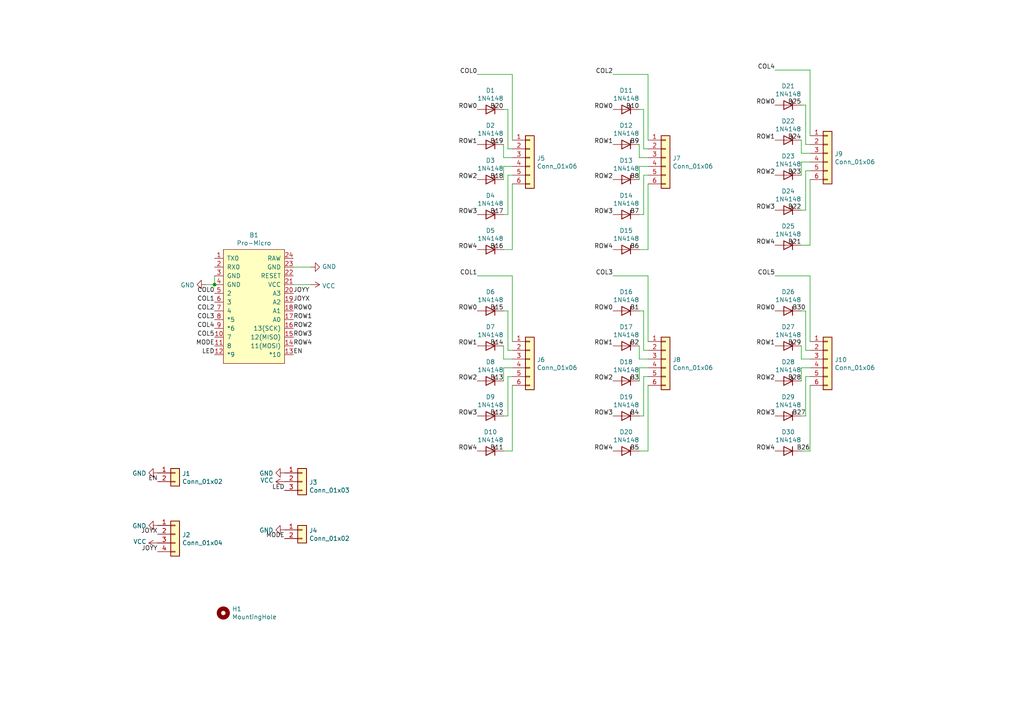
<source format=kicad_sch>
(kicad_sch (version 20211123) (generator eeschema)
  (paper "A4")
  (lib_symbols
    (symbol "AndrewLib-Modules:Pro-Micro" (pin_names (offset 1.016))
      (property "Reference" "B" (at 0 10.16 0))
      (property "Value" "Pro-Micro" (at 0 -25.4 0))
      (symbol "Pro-Micro_0_1"
        (rectangle (start -8.89 8.89) (end 8.89 -24.13) (fill (type background)))
      )
      (symbol "Pro-Micro_1_1"
        (pin bidirectional line (at -11.43 6.35 0) (length 2.54) (name "TX0") (number "1"))
        (pin bidirectional line (at -11.43 -16.51 0) (length 2.54) (name "7") (number "10"))
        (pin bidirectional line (at -11.43 -19.05 0) (length 2.54) (name "8") (number "11"))
        (pin bidirectional line (at -11.43 -21.59 0) (length 2.54) (name "*9") (number "12"))
        (pin bidirectional line (at 11.43 -21.59 180) (length 2.54) (name "*10") (number "13"))
        (pin bidirectional line (at 11.43 -19.05 180) (length 2.54) (name "11(MOSI)") (number "14"))
        (pin bidirectional line (at 11.43 -16.51 180) (length 2.54) (name "12(MISO)") (number "15"))
        (pin bidirectional line (at 11.43 -13.97 180) (length 2.54) (name "13(SCK)") (number "16"))
        (pin bidirectional line (at 11.43 -11.43 180) (length 2.54) (name "A0") (number "17"))
        (pin bidirectional line (at 11.43 -8.89 180) (length 2.54) (name "A1") (number "18"))
        (pin bidirectional line (at 11.43 -6.35 180) (length 2.54) (name "A2") (number "19"))
        (pin bidirectional line (at -11.43 3.81 0) (length 2.54) (name "RX0") (number "2"))
        (pin bidirectional line (at 11.43 -3.81 180) (length 2.54) (name "A3") (number "20"))
        (pin power_in line (at 11.43 -1.27 180) (length 2.54) (name "VCC") (number "21"))
        (pin bidirectional line (at 11.43 1.27 180) (length 2.54) (name "RESET") (number "22"))
        (pin power_in line (at 11.43 3.81 180) (length 2.54) (name "GND") (number "23"))
        (pin power_in line (at 11.43 6.35 180) (length 2.54) (name "RAW") (number "24"))
        (pin power_in line (at -11.43 1.27 0) (length 2.54) (name "GND") (number "3"))
        (pin power_in line (at -11.43 -1.27 0) (length 2.54) (name "GND") (number "4"))
        (pin bidirectional line (at -11.43 -3.81 0) (length 2.54) (name "2") (number "5"))
        (pin bidirectional line (at -11.43 -6.35 0) (length 2.54) (name "3") (number "6"))
        (pin bidirectional line (at -11.43 -8.89 0) (length 2.54) (name "4") (number "7"))
        (pin bidirectional line (at -11.43 -11.43 0) (length 2.54) (name "*5") (number "8"))
        (pin bidirectional line (at -11.43 -13.97 0) (length 2.54) (name "*6") (number "9"))
      )
    )
    (symbol "Connector_Generic:Conn_01x02" (pin_names (offset 1.016) hide)
      (property "Reference" "J" (at 0 2.54 0))
      (property "Value" "Conn_01x02" (at 0 -5.08 0))
      (symbol "Conn_01x02_1_1"
        (rectangle (start -1.27 -2.413) (end 0 -2.667) (stroke (width 0.1524)))
        (rectangle (start -1.27 0.127) (end 0 -0.127) (stroke (width 0.1524)))
        (rectangle (start -1.27 1.27) (end 1.27 -3.81) (stroke (width 0.254)) (fill (type background)))
        (pin passive line (at -5.08 0 0) (length 3.81) (name "Pin_1") (number "1"))
        (pin passive line (at -5.08 -2.54 0) (length 3.81) (name "Pin_2") (number "2"))
      )
    )
    (symbol "Connector_Generic:Conn_01x03" (pin_names (offset 1.016) hide)
      (property "Reference" "J" (at 0 5.08 0))
      (property "Value" "Conn_01x03" (at 0 -5.08 0))
      (symbol "Conn_01x03_1_1"
        (rectangle (start -1.27 -2.413) (end 0 -2.667) (stroke (width 0.1524)))
        (rectangle (start -1.27 0.127) (end 0 -0.127) (stroke (width 0.1524)))
        (rectangle (start -1.27 2.667) (end 0 2.413) (stroke (width 0.1524)))
        (rectangle (start -1.27 3.81) (end 1.27 -3.81) (stroke (width 0.254)) (fill (type background)))
        (pin passive line (at -5.08 2.54 0) (length 3.81) (name "Pin_1") (number "1"))
        (pin passive line (at -5.08 0 0) (length 3.81) (name "Pin_2") (number "2"))
        (pin passive line (at -5.08 -2.54 0) (length 3.81) (name "Pin_3") (number "3"))
      )
    )
    (symbol "Connector_Generic:Conn_01x04" (pin_names (offset 1.016) hide)
      (property "Reference" "J" (at 0 5.08 0))
      (property "Value" "Conn_01x04" (at 0 -7.62 0))
      (symbol "Conn_01x04_1_1"
        (rectangle (start -1.27 -4.953) (end 0 -5.207) (stroke (width 0.1524)))
        (rectangle (start -1.27 -2.413) (end 0 -2.667) (stroke (width 0.1524)))
        (rectangle (start -1.27 0.127) (end 0 -0.127) (stroke (width 0.1524)))
        (rectangle (start -1.27 2.667) (end 0 2.413) (stroke (width 0.1524)))
        (rectangle (start -1.27 3.81) (end 1.27 -6.35) (stroke (width 0.254)) (fill (type background)))
        (pin passive line (at -5.08 2.54 0) (length 3.81) (name "Pin_1") (number "1"))
        (pin passive line (at -5.08 0 0) (length 3.81) (name "Pin_2") (number "2"))
        (pin passive line (at -5.08 -2.54 0) (length 3.81) (name "Pin_3") (number "3"))
        (pin passive line (at -5.08 -5.08 0) (length 3.81) (name "Pin_4") (number "4"))
      )
    )
    (symbol "Connector_Generic:Conn_01x06" (pin_names (offset 1.016) hide)
      (property "Reference" "J" (at 0 7.62 0))
      (property "Value" "Conn_01x06" (at 0 -10.16 0))
      (symbol "Conn_01x06_1_1"
        (rectangle (start -1.27 -7.493) (end 0 -7.747) (stroke (width 0.1524)))
        (rectangle (start -1.27 -4.953) (end 0 -5.207) (stroke (width 0.1524)))
        (rectangle (start -1.27 -2.413) (end 0 -2.667) (stroke (width 0.1524)))
        (rectangle (start -1.27 0.127) (end 0 -0.127) (stroke (width 0.1524)))
        (rectangle (start -1.27 2.667) (end 0 2.413) (stroke (width 0.1524)))
        (rectangle (start -1.27 5.207) (end 0 4.953) (stroke (width 0.1524)))
        (rectangle (start -1.27 6.35) (end 1.27 -8.89) (stroke (width 0.254)) (fill (type background)))
        (pin passive line (at -5.08 5.08 0) (length 3.81) (name "Pin_1") (number "1"))
        (pin passive line (at -5.08 2.54 0) (length 3.81) (name "Pin_2") (number "2"))
        (pin passive line (at -5.08 0 0) (length 3.81) (name "Pin_3") (number "3"))
        (pin passive line (at -5.08 -2.54 0) (length 3.81) (name "Pin_4") (number "4"))
        (pin passive line (at -5.08 -5.08 0) (length 3.81) (name "Pin_5") (number "5"))
        (pin passive line (at -5.08 -7.62 0) (length 3.81) (name "Pin_6") (number "6"))
      )
    )
    (symbol "Device:D" (pin_numbers hide) (pin_names (offset 1.016) hide)
      (property "Reference" "D" (at 0 2.54 0))
      (property "Value" "D" (at 0 -2.54 0))
      (symbol "D_0_1"
        (polyline (pts (xy -1.27 1.27) (xy -1.27 -1.27)) (stroke (width 0.254)))
        (polyline (pts (xy 1.27 0) (xy -1.27 0)))
        (polyline (pts (xy 1.27 1.27) (xy 1.27 -1.27) (xy -1.27 0) (xy 1.27 1.27)) (stroke (width 0.254)))
      )
      (symbol "D_1_1"
        (pin passive line (at -3.81 0 0) (length 2.54) (name "K") (number "1"))
        (pin passive line (at 3.81 0 180) (length 2.54) (name "A") (number "2"))
      )
    )
    (symbol "Mechanical:MountingHole" (pin_names (offset 1.016))
      (property "Reference" "H" (at 0 5.08 0))
      (property "Value" "MountingHole" (at 0 3.175 0))
      (symbol "MountingHole_0_1"
        (circle (center 0 0) (radius 1.27) (stroke (width 1.27)))
      )
    )
    (symbol "power:GND" (power) (pin_names (offset 0))
      (property "Value" "GND" (at 0 -3.81 0))
      (symbol "GND_0_1"
        (polyline (pts (xy 0 0) (xy 0 -1.27) (xy 1.27 -1.27) (xy 0 -2.54) (xy -1.27 -1.27) (xy 0 -1.27)))
      )
      (symbol "GND_1_1"
        (pin power_in line (at 0 0 270) (length 0) hide (name "GND") (number "1"))
      )
    )
    (symbol "power:VCC" (power) (pin_names (offset 0))
      (property "Value" "VCC" (at 0 3.81 0))
      (symbol "VCC_0_1"
        (polyline (pts (xy -0.762 1.27) (xy 0 2.54)))
        (polyline (pts (xy 0 0) (xy 0 2.54)))
        (polyline (pts (xy 0 2.54) (xy 0.762 1.27)))
      )
      (symbol "VCC_1_1"
        (pin power_in line (at 0 0 90) (length 0) hide (name "VCC") (number "1"))
      )
    )
  )
  (junction (at 62.23 82.55))
  (wire (pts (xy 59.69 82.55) (xy 62.23 82.55)))
  (wire (pts (xy 148.59 21.59) (xy 148.59 40.64)))
  (wire (pts (xy 146.05 120.65) (xy 147.32 120.65)))
  (wire (pts (xy 233.68 60.96) (xy 233.68 49.53)))
  (wire (pts (xy 232.41 130.81) (xy 234.95 130.81)))
  (wire (pts (xy 146.05 45.72) (xy 148.59 45.72)))
  (wire (pts (xy 233.68 101.6) (xy 234.95 101.6)))
  (wire (pts (xy 146.05 31.75) (xy 147.32 31.75)))
  (wire (pts (xy 147.32 120.65) (xy 147.32 109.22)))
  (wire (pts (xy 185.42 120.65) (xy 186.69 120.65)))
  (wire (pts (xy 232.41 106.68) (xy 234.95 106.68)))
  (wire (pts (xy 232.41 71.12) (xy 234.95 71.12)))
  (wire (pts (xy 224.79 80.01) (xy 234.95 80.01)))
  (wire (pts (xy 146.05 41.91) (xy 146.05 45.72)))
  (wire (pts (xy 147.32 31.75) (xy 147.32 43.18)))
  (wire (pts (xy 234.95 80.01) (xy 234.95 99.06)))
  (wire (pts (xy 185.42 90.17) (xy 186.69 90.17)))
  (wire (pts (xy 185.42 45.72) (xy 187.96 45.72)))
  (wire (pts (xy 148.59 130.81) (xy 148.59 111.76)))
  (wire (pts (xy 232.41 104.14) (xy 234.95 104.14)))
  (wire (pts (xy 232.41 60.96) (xy 233.68 60.96)))
  (wire (pts (xy 185.42 48.26) (xy 187.96 48.26)))
  (wire (pts (xy 186.69 90.17) (xy 186.69 101.6)))
  (wire (pts (xy 234.95 71.12) (xy 234.95 52.07)))
  (wire (pts (xy 186.69 43.18) (xy 187.96 43.18)))
  (wire (pts (xy 177.8 80.01) (xy 187.96 80.01)))
  (wire (pts (xy 138.43 80.01) (xy 148.59 80.01)))
  (wire (pts (xy 232.41 50.8) (xy 232.41 46.99)))
  (wire (pts (xy 146.05 130.81) (xy 148.59 130.81)))
  (wire (pts (xy 232.41 46.99) (xy 234.95 46.99)))
  (wire (pts (xy 233.68 109.22) (xy 234.95 109.22)))
  (wire (pts (xy 146.05 62.23) (xy 147.32 62.23)))
  (wire (pts (xy 185.42 104.14) (xy 187.96 104.14)))
  (wire (pts (xy 232.41 110.49) (xy 232.41 106.68)))
  (wire (pts (xy 148.59 72.39) (xy 148.59 53.34)))
  (wire (pts (xy 233.68 49.53) (xy 234.95 49.53)))
  (wire (pts (xy 234.95 111.76) (xy 234.95 130.81)))
  (wire (pts (xy 146.05 52.07) (xy 146.05 48.26)))
  (wire (pts (xy 147.32 109.22) (xy 148.59 109.22)))
  (wire (pts (xy 146.05 72.39) (xy 148.59 72.39)))
  (wire (pts (xy 146.05 48.26) (xy 148.59 48.26)))
  (wire (pts (xy 233.68 30.48) (xy 233.68 41.91)))
  (wire (pts (xy 177.8 21.59) (xy 187.96 21.59)))
  (wire (pts (xy 187.96 21.59) (xy 187.96 40.64)))
  (wire (pts (xy 146.05 104.14) (xy 148.59 104.14)))
  (wire (pts (xy 62.23 80.01) (xy 62.23 82.55)))
  (wire (pts (xy 138.43 21.59) (xy 148.59 21.59)))
  (wire (pts (xy 90.17 77.47) (xy 85.09 77.47)))
  (wire (pts (xy 186.69 109.22) (xy 187.96 109.22)))
  (wire (pts (xy 147.32 90.17) (xy 147.32 101.6)))
  (wire (pts (xy 233.68 109.22) (xy 233.68 120.65)))
  (wire (pts (xy 147.32 50.8) (xy 148.59 50.8)))
  (wire (pts (xy 185.42 106.68) (xy 187.96 106.68)))
  (wire (pts (xy 232.41 40.64) (xy 232.41 44.45)))
  (wire (pts (xy 186.69 101.6) (xy 187.96 101.6)))
  (wire (pts (xy 232.41 90.17) (xy 233.68 90.17)))
  (wire (pts (xy 186.69 62.23) (xy 186.69 50.8)))
  (wire (pts (xy 147.32 101.6) (xy 148.59 101.6)))
  (wire (pts (xy 233.68 41.91) (xy 234.95 41.91)))
  (wire (pts (xy 185.42 100.33) (xy 185.42 104.14)))
  (wire (pts (xy 185.42 52.07) (xy 185.42 48.26)))
  (wire (pts (xy 147.32 62.23) (xy 147.32 50.8)))
  (wire (pts (xy 232.41 100.33) (xy 232.41 104.14)))
  (wire (pts (xy 187.96 72.39) (xy 187.96 53.34)))
  (wire (pts (xy 85.09 82.55) (xy 90.17 82.55)))
  (wire (pts (xy 146.05 110.49) (xy 146.05 106.68)))
  (wire (pts (xy 185.42 62.23) (xy 186.69 62.23)))
  (wire (pts (xy 146.05 90.17) (xy 147.32 90.17)))
  (wire (pts (xy 187.96 130.81) (xy 187.96 111.76)))
  (wire (pts (xy 224.79 20.32) (xy 234.95 20.32)))
  (wire (pts (xy 185.42 72.39) (xy 187.96 72.39)))
  (wire (pts (xy 232.41 30.48) (xy 233.68 30.48)))
  (wire (pts (xy 185.42 31.75) (xy 186.69 31.75)))
  (wire (pts (xy 187.96 80.01) (xy 187.96 99.06)))
  (wire (pts (xy 148.59 80.01) (xy 148.59 99.06)))
  (wire (pts (xy 147.32 43.18) (xy 148.59 43.18)))
  (wire (pts (xy 186.69 120.65) (xy 186.69 109.22)))
  (wire (pts (xy 186.69 50.8) (xy 187.96 50.8)))
  (wire (pts (xy 232.41 44.45) (xy 234.95 44.45)))
  (wire (pts (xy 185.42 41.91) (xy 185.42 45.72)))
  (wire (pts (xy 185.42 110.49) (xy 185.42 106.68)))
  (wire (pts (xy 232.41 120.65) (xy 233.68 120.65)))
  (wire (pts (xy 186.69 31.75) (xy 186.69 43.18)))
  (wire (pts (xy 146.05 100.33) (xy 146.05 104.14)))
  (wire (pts (xy 185.42 130.81) (xy 187.96 130.81)))
  (wire (pts (xy 233.68 90.17) (xy 233.68 101.6)))
  (wire (pts (xy 146.05 106.68) (xy 148.59 106.68)))
  (wire (pts (xy 234.95 20.32) (xy 234.95 39.37)))
  (label "ROW4" (at 224.79 71.12 180))
  (label "B30" (at 233.68 90.17 180))
  (label "ROW1" (at 85.09 92.71 0))
  (label "ROW3" (at 138.43 120.65 180))
  (label "ROW2" (at 85.09 95.25 0))
  (label "B29" (at 232.41 100.33 180))
  (label "B19" (at 146.05 41.91 180))
  (label "B8" (at 185.42 52.07 180))
  (label "B20" (at 146.05 31.75 180))
  (label "B27" (at 233.68 120.65 180))
  (label "ROW1" (at 177.8 41.91 180))
  (label "B21" (at 232.41 71.12 180))
  (label "ROW0" (at 138.43 90.17 180))
  (label "ROW3" (at 224.79 60.96 180))
  (label "ROW1" (at 138.43 100.33 180))
  (label "ROW4" (at 138.43 130.81 180))
  (label "B12" (at 146.05 120.65 180))
  (label "JOYX" (at 45.72 154.94 180))
  (label "ROW3" (at 138.43 62.23 180))
  (label "B7" (at 185.42 62.23 180))
  (label "B1" (at 185.42 90.17 180))
  (label "B5" (at 185.42 130.81 180))
  (label "B6" (at 185.42 72.39 180))
  (label "B9" (at 185.42 41.91 180))
  (label "B28" (at 232.41 110.49 180))
  (label "EN" (at 85.09 102.87 0))
  (label "B10" (at 185.42 31.75 180))
  (label "COL0" (at 138.43 21.59 180))
  (label "B25" (at 232.41 30.48 180))
  (label "ROW0" (at 224.79 90.17 180))
  (label "B11" (at 146.05 130.81 180))
  (label "COL2" (at 62.23 90.17 180))
  (label "ROW1" (at 177.8 100.33 180))
  (label "B3" (at 185.42 110.49 180))
  (label "B17" (at 146.05 62.23 180))
  (label "B16" (at 146.05 72.39 180))
  (label "COL3" (at 177.8 80.01 180))
  (label "COL1" (at 62.23 87.63 180))
  (label "MODE" (at 82.55 156.21 180))
  (label "ROW2" (at 224.79 50.8 180))
  (label "B14" (at 146.05 100.33 180))
  (label "ROW4" (at 177.8 72.39 180))
  (label "JOYY" (at 45.72 160.02 180))
  (label "B23" (at 232.41 50.8 180))
  (label "ROW4" (at 85.09 100.33 0))
  (label "B24" (at 232.41 40.64 180))
  (label "B18" (at 146.05 52.07 180))
  (label "ROW0" (at 138.43 31.75 180))
  (label "COL0" (at 62.23 85.09 180))
  (label "ROW0" (at 224.79 30.48 180))
  (label "ROW2" (at 177.8 110.49 180))
  (label "COL3" (at 62.23 92.71 180))
  (label "ROW1" (at 138.43 41.91 180))
  (label "ROW0" (at 177.8 31.75 180))
  (label "ROW2" (at 177.8 52.07 180))
  (label "JOYX" (at 85.09 87.63 0))
  (label "B22" (at 232.41 60.96 180))
  (label "ROW3" (at 177.8 120.65 180))
  (label "MODE" (at 62.23 100.33 180))
  (label "ROW2" (at 224.79 110.49 180))
  (label "EN" (at 45.72 139.7 180))
  (label "B26" (at 234.95 130.81 180))
  (label "COL5" (at 224.79 80.01 180))
  (label "COL5" (at 62.23 97.79 180))
  (label "COL4" (at 62.23 95.25 180))
  (label "ROW3" (at 224.79 120.65 180))
  (label "COL4" (at 224.79 20.32 180))
  (label "ROW3" (at 85.09 97.79 0))
  (label "LED" (at 62.23 102.87 180))
  (label "ROW4" (at 138.43 72.39 180))
  (label "ROW0" (at 85.09 90.17 0))
  (label "B2" (at 185.42 100.33 180))
  (label "ROW0" (at 177.8 90.17 180))
  (label "ROW3" (at 177.8 62.23 180))
  (label "B4" (at 185.42 120.65 180))
  (label "ROW2" (at 138.43 110.49 180))
  (label "ROW2" (at 138.43 52.07 180))
  (label "LED" (at 82.55 142.24 180))
  (label "B15" (at 146.05 90.17 180))
  (label "ROW4" (at 177.8 130.81 180))
  (label "ROW1" (at 224.79 100.33 180))
  (label "COL2" (at 177.8 21.59 180))
  (label "ROW4" (at 224.79 130.81 180))
  (label "JOYY" (at 85.09 85.09 0))
  (label "B13" (at 146.05 110.49 180))
  (label "ROW1" (at 224.79 40.64 180))
  (label "COL1" (at 138.43 80.01 180))
  (symbol (lib_id "power:GND") (at 59.69 82.55 270) (unit 1)
    (property "Reference" "#PWR04" (effects hide))
    (property "Value" "GND" (at 56.4388 82.677 90) (effects (justify right)))
  )
  (symbol (lib_id "Mechanical:MountingHole") (at 64.77 177.8 0) (unit 1)
    (property "Reference" "H1" (at 67.31 176.6316 0) (effects (justify left)))
    (property "Value" "MountingHole" (at 67.31 178.943 0) (effects (justify left)))
    (property "Footprint" "MountingHole:MountingHole_2.2mm_M2_ISO7380" (effects hide))
  )
  (symbol (lib_id "power:VCC") (at 90.17 82.55 270) (unit 1)
    (property "Reference" "#PWR09" (effects hide))
    (property "Value" "VCC" (at 93.4212 82.931 90) (effects (justify left)))
  )
  (symbol (lib_id "Connector_Generic:Conn_01x03") (at 87.63 139.7 0) (unit 1)
    (property "Reference" "J3" (at 89.662 139.9032 0) (effects (justify left)))
    (property "Value" "Conn_01x03" (at 89.662 142.2146 0) (effects (justify left)))
    (property "Footprint" "Connector_PinHeader_2.54mm:PinHeader_1x03_P2.54mm_Vertical" (effects hide))
  )
  (symbol (lib_id "power:GND") (at 82.55 137.16 270) (unit 1)
    (property "Reference" "#PWR05" (effects hide))
    (property "Value" "GND" (at 79.2988 137.287 90) (effects (justify right)))
  )
  (symbol (lib_id "power:VCC") (at 82.55 139.7 90) (unit 1)
    (property "Reference" "#PWR06" (effects hide))
    (property "Value" "VCC" (at 79.3242 139.319 90) (effects (justify left)))
  )
  (symbol (lib_id "Connector_Generic:Conn_01x02") (at 87.63 153.67 0) (unit 1)
    (property "Reference" "J4" (at 89.662 153.8732 0) (effects (justify left)))
    (property "Value" "Conn_01x02" (at 89.662 156.1846 0) (effects (justify left)))
    (property "Footprint" "Connector_PinHeader_2.54mm:PinHeader_1x02_P2.54mm_Vertical" (effects hide))
  )
  (symbol (lib_id "power:GND") (at 82.55 153.67 270) (unit 1)
    (property "Reference" "#PWR07" (effects hide))
    (property "Value" "GND" (at 79.2988 153.797 90) (effects (justify right)))
  )
  (symbol (lib_id "power:GND") (at 90.17 77.47 90) (unit 1)
    (property "Reference" "#PWR08" (effects hide))
    (property "Value" "GND" (at 93.4212 77.343 90) (effects (justify right)))
  )
  (symbol (lib_id "Device:D") (at 142.24 31.75 180) (unit 1)
    (property "Reference" "D1" (at 142.24 26.2382 0))
    (property "Value" "1N4148" (at 142.24 28.5496 0))
    (property "Footprint" "Diode_SMD:D_SOD-323F" (effects hide))
    (property "LCSC" "C2128 " (effects hide))
  )
  (symbol (lib_id "Connector_Generic:Conn_01x04") (at 50.8 154.94 0) (unit 1)
    (property "Reference" "J2" (at 52.832 155.1432 0) (effects (justify left)))
    (property "Value" "Conn_01x04" (at 52.832 157.4546 0) (effects (justify left)))
    (property "Footprint" "Connector_PinSocket_2.00mm:PinSocket_1x04_P2.00mm_Vertical_SMD_Pin1Left" (effects hide))
  )
  (symbol (lib_id "power:GND") (at 45.72 152.4 270) (unit 1)
    (property "Reference" "#PWR03" (effects hide))
    (property "Value" "GND" (at 42.4688 152.527 90) (effects (justify right)))
  )
  (symbol (lib_id "power:VCC") (at 45.72 157.48 90) (unit 1)
    (property "Reference" "#PWR02" (effects hide))
    (property "Value" "VCC" (at 42.4942 157.099 90) (effects (justify left)))
  )
  (symbol (lib_id "Connector_Generic:Conn_01x02") (at 50.8 137.16 0) (unit 1)
    (property "Reference" "J1" (at 52.832 137.3632 0) (effects (justify left)))
    (property "Value" "Conn_01x02" (at 52.832 139.6746 0) (effects (justify left)))
    (property "Footprint" "Connector_PinHeader_2.54mm:PinHeader_1x02_P2.54mm_Vertical" (effects hide))
  )
  (symbol (lib_id "power:GND") (at 45.72 137.16 270) (unit 1)
    (property "Reference" "#PWR01" (effects hide))
    (property "Value" "GND" (at 42.4688 137.287 90) (effects (justify right)))
  )
  (symbol (lib_id "Connector_Generic:Conn_01x06") (at 153.67 45.72 0) (unit 1)
    (property "Reference" "J5" (at 155.702 45.9232 0) (effects (justify left)))
    (property "Value" "Conn_01x06" (at 155.702 48.2346 0) (effects (justify left)))
    (property "Footprint" "AndrewLib-Connectors:SMD_PadLine_1x06" (effects hide))
  )
  (symbol (lib_id "Connector_Generic:Conn_01x06") (at 153.67 104.14 0) (unit 1)
    (property "Reference" "J6" (at 155.702 104.3432 0) (effects (justify left)))
    (property "Value" "Conn_01x06" (at 155.702 106.6546 0) (effects (justify left)))
    (property "Footprint" "AndrewLib-Connectors:SMD_PadLine_1x06" (effects hide))
  )
  (symbol (lib_id "Connector_Generic:Conn_01x06") (at 193.04 45.72 0) (unit 1)
    (property "Reference" "J7" (at 195.072 45.9232 0) (effects (justify left)))
    (property "Value" "Conn_01x06" (at 195.072 48.2346 0) (effects (justify left)))
    (property "Footprint" "AndrewLib-Connectors:SMD_PadLine_1x06" (effects hide))
  )
  (symbol (lib_id "Connector_Generic:Conn_01x06") (at 193.04 104.14 0) (unit 1)
    (property "Reference" "J8" (at 195.072 104.3432 0) (effects (justify left)))
    (property "Value" "Conn_01x06" (at 195.072 106.6546 0) (effects (justify left)))
    (property "Footprint" "AndrewLib-Connectors:SMD_PadLine_1x06" (effects hide))
  )
  (symbol (lib_id "Connector_Generic:Conn_01x06") (at 240.03 44.45 0) (unit 1)
    (property "Reference" "J9" (at 242.062 44.6532 0) (effects (justify left)))
    (property "Value" "Conn_01x06" (at 242.062 46.9646 0) (effects (justify left)))
    (property "Footprint" "AndrewLib-Connectors:SMD_PadLine_1x06" (effects hide))
  )
  (symbol (lib_id "Device:D") (at 142.24 41.91 180) (unit 1)
    (property "Reference" "D2" (at 142.24 36.3982 0))
    (property "Value" "1N4148" (at 142.24 38.7096 0))
    (property "Footprint" "Diode_SMD:D_SOD-323F" (effects hide))
    (property "LCSC" "C2128 " (effects hide))
  )
  (symbol (lib_id "Device:D") (at 142.24 52.07 180) (unit 1)
    (property "Reference" "D3" (at 142.24 46.5582 0))
    (property "Value" "1N4148" (at 142.24 48.8696 0))
    (property "Footprint" "Diode_SMD:D_SOD-323F" (effects hide))
    (property "LCSC" "C2128 " (effects hide))
  )
  (symbol (lib_id "Device:D") (at 142.24 62.23 180) (unit 1)
    (property "Reference" "D4" (at 142.24 56.7182 0))
    (property "Value" "1N4148" (at 142.24 59.0296 0))
    (property "Footprint" "Diode_SMD:D_SOD-323F" (effects hide))
    (property "LCSC" "C2128 " (effects hide))
  )
  (symbol (lib_id "Device:D") (at 142.24 72.39 180) (unit 1)
    (property "Reference" "D5" (at 142.24 66.8782 0))
    (property "Value" "1N4148" (at 142.24 69.1896 0))
    (property "Footprint" "Diode_SMD:D_SOD-323F" (effects hide))
    (property "LCSC" "C2128 " (effects hide))
  )
  (symbol (lib_id "Device:D") (at 142.24 90.17 180) (unit 1)
    (property "Reference" "D6" (at 142.24 84.6582 0))
    (property "Value" "1N4148" (at 142.24 86.9696 0))
    (property "Footprint" "Diode_SMD:D_SOD-323F" (effects hide))
    (property "LCSC" "C2128 " (effects hide))
  )
  (symbol (lib_id "Device:D") (at 142.24 100.33 180) (unit 1)
    (property "Reference" "D7" (at 142.24 94.8182 0))
    (property "Value" "1N4148" (at 142.24 97.1296 0))
    (property "Footprint" "Diode_SMD:D_SOD-323F" (effects hide))
    (property "LCSC" "C2128 " (effects hide))
  )
  (symbol (lib_id "Device:D") (at 142.24 110.49 180) (unit 1)
    (property "Reference" "D8" (at 142.24 104.9782 0))
    (property "Value" "1N4148" (at 142.24 107.2896 0))
    (property "Footprint" "Diode_SMD:D_SOD-323F" (effects hide))
    (property "LCSC" "C2128 " (effects hide))
  )
  (symbol (lib_id "Device:D") (at 142.24 120.65 180) (unit 1)
    (property "Reference" "D9" (at 142.24 115.1382 0))
    (property "Value" "1N4148" (at 142.24 117.4496 0))
    (property "Footprint" "Diode_SMD:D_SOD-323F" (effects hide))
    (property "LCSC" "C2128 " (effects hide))
  )
  (symbol (lib_id "Device:D") (at 142.24 130.81 180) (unit 1)
    (property "Reference" "D10" (at 142.24 125.2982 0))
    (property "Value" "1N4148" (at 142.24 127.6096 0))
    (property "Footprint" "Diode_SMD:D_SOD-323F" (effects hide))
    (property "LCSC" "C2128 " (effects hide))
  )
  (symbol (lib_id "Device:D") (at 181.61 31.75 180) (unit 1)
    (property "Reference" "D11" (at 181.61 26.2382 0))
    (property "Value" "1N4148" (at 181.61 28.5496 0))
    (property "Footprint" "Diode_SMD:D_SOD-323F" (effects hide))
    (property "LCSC" "C2128 " (effects hide))
  )
  (symbol (lib_id "Device:D") (at 181.61 41.91 180) (unit 1)
    (property "Reference" "D12" (at 181.61 36.3982 0))
    (property "Value" "1N4148" (at 181.61 38.7096 0))
    (property "Footprint" "Diode_SMD:D_SOD-323F" (effects hide))
    (property "LCSC" "C2128 " (effects hide))
  )
  (symbol (lib_id "Device:D") (at 181.61 52.07 180) (unit 1)
    (property "Reference" "D13" (at 181.61 46.5582 0))
    (property "Value" "1N4148" (at 181.61 48.8696 0))
    (property "Footprint" "Diode_SMD:D_SOD-323F" (effects hide))
    (property "LCSC" "C2128 " (effects hide))
  )
  (symbol (lib_id "Device:D") (at 181.61 62.23 180) (unit 1)
    (property "Reference" "D14" (at 181.61 56.7182 0))
    (property "Value" "1N4148" (at 181.61 59.0296 0))
    (property "Footprint" "Diode_SMD:D_SOD-323F" (effects hide))
    (property "LCSC" "C2128 " (effects hide))
  )
  (symbol (lib_id "Device:D") (at 181.61 72.39 180) (unit 1)
    (property "Reference" "D15" (at 181.61 66.8782 0))
    (property "Value" "1N4148" (at 181.61 69.1896 0))
    (property "Footprint" "Diode_SMD:D_SOD-323F" (effects hide))
    (property "LCSC" "C2128 " (effects hide))
  )
  (symbol (lib_id "Device:D") (at 181.61 90.17 180) (unit 1)
    (property "Reference" "D16" (at 181.61 84.6582 0))
    (property "Value" "1N4148" (at 181.61 86.9696 0))
    (property "Footprint" "Diode_SMD:D_SOD-323F" (effects hide))
    (property "LCSC" "C2128 " (effects hide))
  )
  (symbol (lib_id "Device:D") (at 181.61 100.33 180) (unit 1)
    (property "Reference" "D17" (at 181.61 94.8182 0))
    (property "Value" "1N4148" (at 181.61 97.1296 0))
    (property "Footprint" "Diode_SMD:D_SOD-323F" (effects hide))
    (property "LCSC" "C2128 " (effects hide))
  )
  (symbol (lib_id "Device:D") (at 181.61 110.49 180) (unit 1)
    (property "Reference" "D18" (at 181.61 104.9782 0))
    (property "Value" "1N4148" (at 181.61 107.2896 0))
    (property "Footprint" "Diode_SMD:D_SOD-323F" (effects hide))
    (property "LCSC" "C2128 " (effects hide))
  )
  (symbol (lib_id "Device:D") (at 181.61 120.65 180) (unit 1)
    (property "Reference" "D19" (at 181.61 115.1382 0))
    (property "Value" "1N4148" (at 181.61 117.4496 0))
    (property "Footprint" "Diode_SMD:D_SOD-323F" (effects hide))
    (property "LCSC" "C2128 " (effects hide))
  )
  (symbol (lib_id "Device:D") (at 181.61 130.81 180) (unit 1)
    (property "Reference" "D20" (at 181.61 125.2982 0))
    (property "Value" "1N4148" (at 181.61 127.6096 0))
    (property "Footprint" "Diode_SMD:D_SOD-323F" (effects hide))
    (property "LCSC" "C2128 " (effects hide))
  )
  (symbol (lib_id "Device:D") (at 228.6 30.48 180) (unit 1)
    (property "Reference" "D21" (at 228.6 24.9682 0))
    (property "Value" "1N4148" (at 228.6 27.2796 0))
    (property "Footprint" "Diode_SMD:D_SOD-323F" (effects hide))
    (property "LCSC" "C2128 " (effects hide))
  )
  (symbol (lib_id "Device:D") (at 228.6 40.64 180) (unit 1)
    (property "Reference" "D22" (at 228.6 35.1282 0))
    (property "Value" "1N4148" (at 228.6 37.4396 0))
    (property "Footprint" "Diode_SMD:D_SOD-323F" (effects hide))
    (property "LCSC" "C2128 " (effects hide))
  )
  (symbol (lib_id "Device:D") (at 228.6 50.8 180) (unit 1)
    (property "Reference" "D23" (at 228.6 45.2882 0))
    (property "Value" "1N4148" (at 228.6 47.5996 0))
    (property "Footprint" "Diode_SMD:D_SOD-323F" (effects hide))
    (property "LCSC" "C2128 " (effects hide))
  )
  (symbol (lib_id "Device:D") (at 228.6 60.96 180) (unit 1)
    (property "Reference" "D24" (at 228.6 55.4482 0))
    (property "Value" "1N4148" (at 228.6 57.7596 0))
    (property "Footprint" "Diode_SMD:D_SOD-323F" (effects hide))
    (property "LCSC" "C2128 " (effects hide))
  )
  (symbol (lib_id "Device:D") (at 228.6 71.12 180) (unit 1)
    (property "Reference" "D25" (at 228.6 65.6082 0))
    (property "Value" "1N4148" (at 228.6 67.9196 0))
    (property "Footprint" "Diode_SMD:D_SOD-323F" (effects hide))
    (property "LCSC" "C2128 " (effects hide))
  )
  (symbol (lib_id "AndrewLib-Modules:Pro-Micro") (at 73.66 81.28 0) (unit 1)
    (property "Reference" "B1" (at 73.66 68.199 0))
    (property "Value" "Pro-Micro" (at 73.66 70.5104 0))
    (property "Footprint" "AndrewLib-Modules:Pro-Micro" (effects hide))
  )
  (symbol (lib_id "Device:D") (at 228.6 90.17 180) (unit 1)
    (property "Reference" "D26" (at 228.6 84.6582 0))
    (property "Value" "1N4148" (at 228.6 86.9696 0))
    (property "Footprint" "Diode_SMD:D_SOD-323F" (effects hide))
    (property "LCSC" "C2128 " (effects hide))
  )
  (symbol (lib_id "Device:D") (at 228.6 100.33 180) (unit 1)
    (property "Reference" "D27" (at 228.6 94.8182 0))
    (property "Value" "1N4148" (at 228.6 97.1296 0))
    (property "Footprint" "Diode_SMD:D_SOD-323F" (effects hide))
    (property "LCSC" "C2128 " (effects hide))
  )
  (symbol (lib_id "Device:D") (at 228.6 110.49 180) (unit 1)
    (property "Reference" "D28" (at 228.6 104.9782 0))
    (property "Value" "1N4148" (at 228.6 107.2896 0))
    (property "Footprint" "Diode_SMD:D_SOD-323F" (effects hide))
    (property "LCSC" "C2128 " (effects hide))
  )
  (symbol (lib_id "Device:D") (at 228.6 120.65 180) (unit 1)
    (property "Reference" "D29" (at 228.6 115.1382 0))
    (property "Value" "1N4148" (at 228.6 117.4496 0))
    (property "Footprint" "Diode_SMD:D_SOD-323F" (effects hide))
    (property "LCSC" "C2128 " (effects hide))
  )
  (symbol (lib_id "Device:D") (at 228.6 130.81 180) (unit 1)
    (property "Reference" "D30" (at 228.6 125.2982 0))
    (property "Value" "1N4148" (at 228.6 127.6096 0))
    (property "Footprint" "Diode_SMD:D_SOD-323F" (effects hide))
    (property "LCSC" "C2128 " (effects hide))
  )
  (symbol (lib_id "Connector_Generic:Conn_01x06") (at 240.03 104.14 0) (unit 1)
    (property "Reference" "J10" (at 242.062 104.3432 0) (effects (justify left)))
    (property "Value" "Conn_01x06" (at 242.062 106.6546 0) (effects (justify left)))
    (property "Footprint" "AndrewLib-Connectors:SMD_PadLine_1x06" (effects hide))
  )
)
</source>
